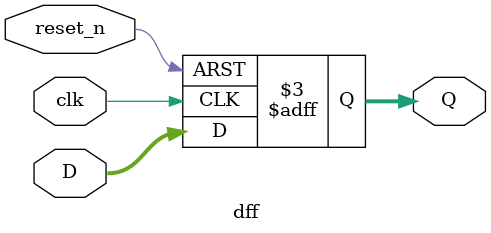
<source format=v>
module dff #(parameter WIDTH = 32)(
    input clk, 
    input reset_n, 
    input [WIDTH-1:0] D, 

    output reg [WIDTH-1:0] Q
); 

    always @(posedge clk or negedge reset_n) begin
        if(!reset_n)
            Q <= 0; 
        else   
            Q <= D; 
    end
endmodule 
</source>
